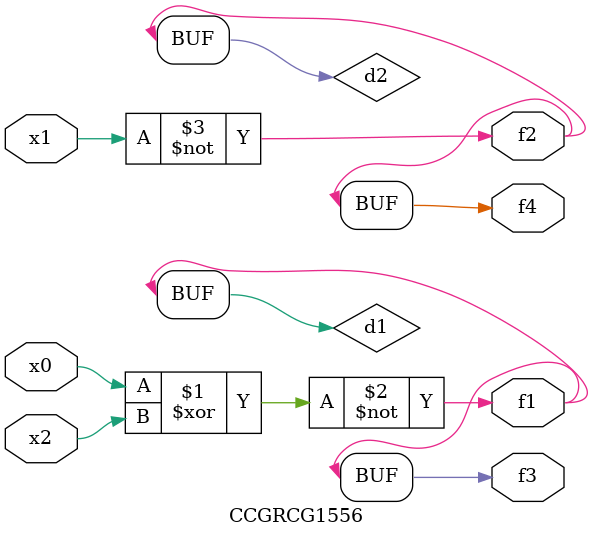
<source format=v>
module CCGRCG1556(
	input x0, x1, x2,
	output f1, f2, f3, f4
);

	wire d1, d2, d3;

	xnor (d1, x0, x2);
	nand (d2, x1);
	nor (d3, x1, x2);
	assign f1 = d1;
	assign f2 = d2;
	assign f3 = d1;
	assign f4 = d2;
endmodule

</source>
